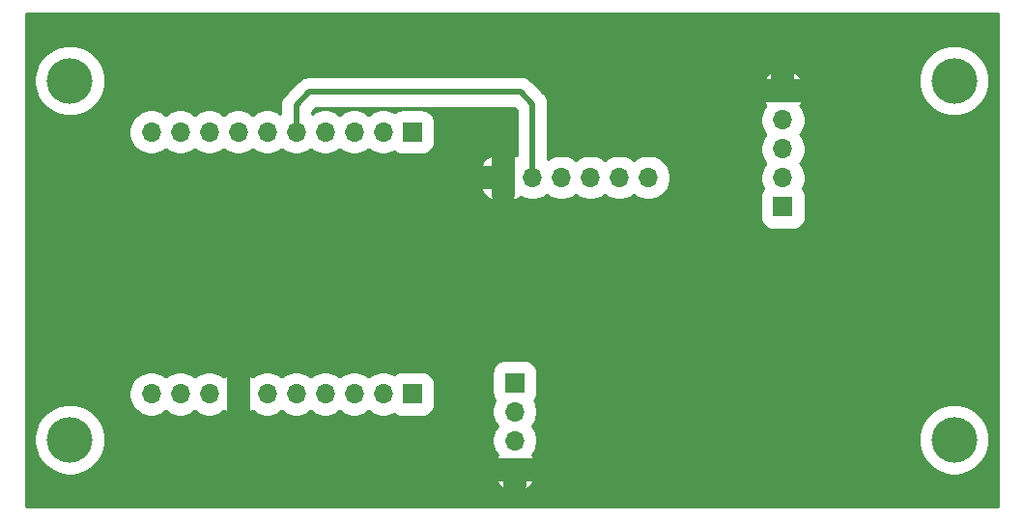
<source format=gbr>
%TF.GenerationSoftware,KiCad,Pcbnew,(5.1.6)-1*%
%TF.CreationDate,2021-07-17T16:45:05+03:00*%
%TF.ProjectId,gotek_ctrl,676f7465-6b5f-4637-9472-6c2e6b696361,rev?*%
%TF.SameCoordinates,Original*%
%TF.FileFunction,Copper,L2,Bot*%
%TF.FilePolarity,Positive*%
%FSLAX46Y46*%
G04 Gerber Fmt 4.6, Leading zero omitted, Abs format (unit mm)*
G04 Created by KiCad (PCBNEW (5.1.6)-1) date 2021-07-17 16:45:05*
%MOMM*%
%LPD*%
G01*
G04 APERTURE LIST*
%TA.AperFunction,WasherPad*%
%ADD10C,4.000000*%
%TD*%
%TA.AperFunction,ComponentPad*%
%ADD11O,1.700000X1.700000*%
%TD*%
%TA.AperFunction,ComponentPad*%
%ADD12R,1.700000X1.700000*%
%TD*%
%TA.AperFunction,Conductor*%
%ADD13C,0.500000*%
%TD*%
%TA.AperFunction,Conductor*%
%ADD14C,2.000000*%
%TD*%
%TA.AperFunction,NonConductor*%
%ADD15C,0.254000*%
%TD*%
G04 APERTURE END LIST*
D10*
%TO.P,HoleSW,*%
%TO.N,*%
X118000000Y-90000000D03*
%TD*%
%TO.P,HoleSE,*%
%TO.N,*%
X195500000Y-90000000D03*
%TD*%
%TO.P,HoleNE,*%
%TO.N,*%
X195500000Y-58500000D03*
%TD*%
%TO.P,HoleNW,*%
%TO.N,*%
X118000000Y-58500000D03*
%TD*%
D11*
%TO.P,,3V3*%
%TO.N,N/C*%
X168700000Y-67000000D03*
%TO.P,,CS*%
X166160000Y-67000000D03*
%TO.P,,MOSI*%
X163620000Y-67000000D03*
%TO.P,,CLK*%
X161080000Y-67000000D03*
%TO.P,,MISO*%
X158540000Y-67000000D03*
D12*
%TO.P,,GND*%
X156000000Y-67000000D03*
%TD*%
D11*
%TO.P,,GND*%
%TO.N,N/C*%
X180500000Y-59420000D03*
%TO.P,,S1*%
X180500000Y-61960000D03*
%TO.P,,S2*%
X180500000Y-64500000D03*
%TO.P,,KEY*%
X180500000Y-67040000D03*
D12*
%TO.P,,VCC*%
X180500000Y-69580000D03*
%TD*%
%TO.P,right side,TX*%
%TO.N,N/C*%
X148000000Y-86000000D03*
D11*
%TO.P,right side,RX*%
X145460000Y-86000000D03*
%TO.P,right side,22*%
X142920000Y-86000000D03*
%TO.P,right side,21*%
X140380000Y-86000000D03*
%TO.P,right side,17*%
X137840000Y-86000000D03*
%TO.P,right side,16*%
X135300000Y-86000000D03*
%TO.P,right side,GND*%
X132760000Y-86000000D03*
%TO.P,right side,VCC*%
X130220000Y-86000000D03*
%TO.P,right side,TD0*%
X127680000Y-86000000D03*
%TO.P,right side,SD0*%
X125140000Y-86000000D03*
%TD*%
%TO.P,left side,SD3*%
%TO.N,N/C*%
X125140000Y-63000000D03*
%TO.P,left side,TCK*%
X127680000Y-63000000D03*
%TO.P,left side,3V3*%
X130220000Y-63000000D03*
%TO.P,left side,5*%
X132760000Y-63000000D03*
%TO.P,left side,23*%
X135300000Y-63000000D03*
%TO.P,left side,19*%
X137840000Y-63000000D03*
%TO.P,left side,18*%
X140380000Y-63000000D03*
%TO.P,left side,26*%
X142920000Y-63000000D03*
%TO.P,left side,SVP*%
X145460000Y-63000000D03*
D12*
%TO.P,left side,RST*%
X148000000Y-63000000D03*
%TD*%
%TO.P,OLED_128x32,SDA*%
%TO.N,N/C*%
X157000000Y-85000000D03*
D11*
%TO.P,OLED_128x32,SCL*%
X157000000Y-87540000D03*
%TO.P,OLED_128x32,VCC*%
X157000000Y-90080000D03*
%TO.P,OLED_128x32,GND*%
X157000000Y-92620000D03*
%TD*%
D13*
%TO.N,*%
X157020000Y-87560000D02*
X157000000Y-87540000D01*
X158540000Y-67000000D02*
X158540000Y-60540000D01*
X158540000Y-60540000D02*
X157500000Y-59500000D01*
X157500000Y-59500000D02*
X139000000Y-59500000D01*
X137840000Y-60660000D02*
X137840000Y-63000000D01*
X139000000Y-59500000D02*
X137840000Y-60660000D01*
D14*
X132760000Y-86000000D02*
X132760000Y-83760000D01*
X132760000Y-86000000D02*
X132760000Y-87740000D01*
X157000000Y-92620000D02*
X159120000Y-92620000D01*
X157000000Y-92620000D02*
X157000000Y-94000000D01*
X157000000Y-92620000D02*
X155120000Y-92620000D01*
X156000000Y-67000000D02*
X156000000Y-65000000D01*
X156000000Y-67000000D02*
X154000000Y-67000000D01*
X156000000Y-67000000D02*
X156000000Y-68500000D01*
X180500000Y-59420000D02*
X182420000Y-59420000D01*
X180500000Y-59420000D02*
X180500000Y-58000000D01*
X180500000Y-59420000D02*
X178580000Y-59420000D01*
%TD*%
D15*
G36*
X199348001Y-95848000D02*
G01*
X114152000Y-95848000D01*
X114152000Y-89692017D01*
X114873000Y-89692017D01*
X114873000Y-90307983D01*
X114993169Y-90912112D01*
X115228889Y-91481190D01*
X115571101Y-91993346D01*
X116006654Y-92428899D01*
X116518810Y-92771111D01*
X117087888Y-93006831D01*
X117692017Y-93127000D01*
X118307983Y-93127000D01*
X118912112Y-93006831D01*
X119481190Y-92771111D01*
X119993346Y-92428899D01*
X120428899Y-91993346D01*
X120771111Y-91481190D01*
X121006831Y-90912112D01*
X121127000Y-90307983D01*
X121127000Y-89692017D01*
X121006831Y-89087888D01*
X120771111Y-88518810D01*
X120428899Y-88006654D01*
X119993346Y-87571101D01*
X119481190Y-87228889D01*
X118912112Y-86993169D01*
X118307983Y-86873000D01*
X117692017Y-86873000D01*
X117087888Y-86993169D01*
X116518810Y-87228889D01*
X116006654Y-87571101D01*
X115571101Y-88006654D01*
X115228889Y-88518810D01*
X114993169Y-89087888D01*
X114873000Y-89692017D01*
X114152000Y-89692017D01*
X114152000Y-85805282D01*
X123163000Y-85805282D01*
X123163000Y-86194718D01*
X123238975Y-86576670D01*
X123388005Y-86936461D01*
X123604364Y-87260264D01*
X123879736Y-87535636D01*
X124203539Y-87751995D01*
X124563330Y-87901025D01*
X124945282Y-87977000D01*
X125334718Y-87977000D01*
X125716670Y-87901025D01*
X126076461Y-87751995D01*
X126400264Y-87535636D01*
X126410000Y-87525900D01*
X126419736Y-87535636D01*
X126743539Y-87751995D01*
X127103330Y-87901025D01*
X127485282Y-87977000D01*
X127874718Y-87977000D01*
X128256670Y-87901025D01*
X128616461Y-87751995D01*
X128940264Y-87535636D01*
X128950000Y-87525900D01*
X128959736Y-87535636D01*
X129283539Y-87751995D01*
X129643330Y-87901025D01*
X130025282Y-87977000D01*
X130414718Y-87977000D01*
X130796670Y-87901025D01*
X131156461Y-87751995D01*
X131480264Y-87535636D01*
X131490000Y-87525900D01*
X131499736Y-87535636D01*
X131823539Y-87751995D01*
X132183330Y-87901025D01*
X132565282Y-87977000D01*
X132954718Y-87977000D01*
X133336670Y-87901025D01*
X133696461Y-87751995D01*
X134020264Y-87535636D01*
X134030000Y-87525900D01*
X134039736Y-87535636D01*
X134363539Y-87751995D01*
X134723330Y-87901025D01*
X135105282Y-87977000D01*
X135494718Y-87977000D01*
X135876670Y-87901025D01*
X136236461Y-87751995D01*
X136560264Y-87535636D01*
X136570000Y-87525900D01*
X136579736Y-87535636D01*
X136903539Y-87751995D01*
X137263330Y-87901025D01*
X137645282Y-87977000D01*
X138034718Y-87977000D01*
X138416670Y-87901025D01*
X138776461Y-87751995D01*
X139100264Y-87535636D01*
X139110000Y-87525900D01*
X139119736Y-87535636D01*
X139443539Y-87751995D01*
X139803330Y-87901025D01*
X140185282Y-87977000D01*
X140574718Y-87977000D01*
X140956670Y-87901025D01*
X141316461Y-87751995D01*
X141640264Y-87535636D01*
X141650000Y-87525900D01*
X141659736Y-87535636D01*
X141983539Y-87751995D01*
X142343330Y-87901025D01*
X142725282Y-87977000D01*
X143114718Y-87977000D01*
X143496670Y-87901025D01*
X143856461Y-87751995D01*
X144180264Y-87535636D01*
X144190000Y-87525900D01*
X144199736Y-87535636D01*
X144523539Y-87751995D01*
X144883330Y-87901025D01*
X145265282Y-87977000D01*
X145654718Y-87977000D01*
X146036670Y-87901025D01*
X146396461Y-87751995D01*
X146438421Y-87723958D01*
X146520843Y-87791600D01*
X146716629Y-87896250D01*
X146929069Y-87960693D01*
X147150000Y-87982453D01*
X148850000Y-87982453D01*
X149070931Y-87960693D01*
X149283371Y-87896250D01*
X149479157Y-87791600D01*
X149650765Y-87650765D01*
X149791600Y-87479157D01*
X149896250Y-87283371D01*
X149960693Y-87070931D01*
X149982453Y-86850000D01*
X149982453Y-85150000D01*
X149960693Y-84929069D01*
X149896250Y-84716629D01*
X149791600Y-84520843D01*
X149650765Y-84349235D01*
X149479157Y-84208400D01*
X149369899Y-84150000D01*
X155017547Y-84150000D01*
X155017547Y-85850000D01*
X155039307Y-86070931D01*
X155103750Y-86283371D01*
X155208400Y-86479157D01*
X155276042Y-86561579D01*
X155248005Y-86603539D01*
X155098975Y-86963330D01*
X155023000Y-87345282D01*
X155023000Y-87734718D01*
X155098975Y-88116670D01*
X155248005Y-88476461D01*
X155464364Y-88800264D01*
X155474100Y-88810000D01*
X155464364Y-88819736D01*
X155248005Y-89143539D01*
X155098975Y-89503330D01*
X155023000Y-89885282D01*
X155023000Y-90274718D01*
X155098975Y-90656670D01*
X155248005Y-91016461D01*
X155464364Y-91340264D01*
X155474100Y-91350000D01*
X155464364Y-91359736D01*
X155248005Y-91683539D01*
X155098975Y-92043330D01*
X155023000Y-92425282D01*
X155023000Y-92814718D01*
X155098975Y-93196670D01*
X155248005Y-93556461D01*
X155464364Y-93880264D01*
X155739736Y-94155636D01*
X156063539Y-94371995D01*
X156423330Y-94521025D01*
X156805282Y-94597000D01*
X157194718Y-94597000D01*
X157576670Y-94521025D01*
X157936461Y-94371995D01*
X158260264Y-94155636D01*
X158535636Y-93880264D01*
X158751995Y-93556461D01*
X158901025Y-93196670D01*
X158977000Y-92814718D01*
X158977000Y-92425282D01*
X158901025Y-92043330D01*
X158751995Y-91683539D01*
X158535636Y-91359736D01*
X158525900Y-91350000D01*
X158535636Y-91340264D01*
X158751995Y-91016461D01*
X158901025Y-90656670D01*
X158977000Y-90274718D01*
X158977000Y-89885282D01*
X158938558Y-89692017D01*
X192373000Y-89692017D01*
X192373000Y-90307983D01*
X192493169Y-90912112D01*
X192728889Y-91481190D01*
X193071101Y-91993346D01*
X193506654Y-92428899D01*
X194018810Y-92771111D01*
X194587888Y-93006831D01*
X195192017Y-93127000D01*
X195807983Y-93127000D01*
X196412112Y-93006831D01*
X196981190Y-92771111D01*
X197493346Y-92428899D01*
X197928899Y-91993346D01*
X198271111Y-91481190D01*
X198506831Y-90912112D01*
X198627000Y-90307983D01*
X198627000Y-89692017D01*
X198506831Y-89087888D01*
X198271111Y-88518810D01*
X197928899Y-88006654D01*
X197493346Y-87571101D01*
X196981190Y-87228889D01*
X196412112Y-86993169D01*
X195807983Y-86873000D01*
X195192017Y-86873000D01*
X194587888Y-86993169D01*
X194018810Y-87228889D01*
X193506654Y-87571101D01*
X193071101Y-88006654D01*
X192728889Y-88518810D01*
X192493169Y-89087888D01*
X192373000Y-89692017D01*
X158938558Y-89692017D01*
X158901025Y-89503330D01*
X158751995Y-89143539D01*
X158535636Y-88819736D01*
X158525900Y-88810000D01*
X158535636Y-88800264D01*
X158751995Y-88476461D01*
X158901025Y-88116670D01*
X158977000Y-87734718D01*
X158977000Y-87345282D01*
X158901025Y-86963330D01*
X158751995Y-86603539D01*
X158723958Y-86561579D01*
X158791600Y-86479157D01*
X158896250Y-86283371D01*
X158960693Y-86070931D01*
X158982453Y-85850000D01*
X158982453Y-84150000D01*
X158960693Y-83929069D01*
X158896250Y-83716629D01*
X158791600Y-83520843D01*
X158650765Y-83349235D01*
X158479157Y-83208400D01*
X158283371Y-83103750D01*
X158070931Y-83039307D01*
X157850000Y-83017547D01*
X156150000Y-83017547D01*
X155929069Y-83039307D01*
X155716629Y-83103750D01*
X155520843Y-83208400D01*
X155349235Y-83349235D01*
X155208400Y-83520843D01*
X155103750Y-83716629D01*
X155039307Y-83929069D01*
X155017547Y-84150000D01*
X149369899Y-84150000D01*
X149283371Y-84103750D01*
X149070931Y-84039307D01*
X148850000Y-84017547D01*
X147150000Y-84017547D01*
X146929069Y-84039307D01*
X146716629Y-84103750D01*
X146520843Y-84208400D01*
X146438421Y-84276042D01*
X146396461Y-84248005D01*
X146036670Y-84098975D01*
X145654718Y-84023000D01*
X145265282Y-84023000D01*
X144883330Y-84098975D01*
X144523539Y-84248005D01*
X144199736Y-84464364D01*
X144190000Y-84474100D01*
X144180264Y-84464364D01*
X143856461Y-84248005D01*
X143496670Y-84098975D01*
X143114718Y-84023000D01*
X142725282Y-84023000D01*
X142343330Y-84098975D01*
X141983539Y-84248005D01*
X141659736Y-84464364D01*
X141650000Y-84474100D01*
X141640264Y-84464364D01*
X141316461Y-84248005D01*
X140956670Y-84098975D01*
X140574718Y-84023000D01*
X140185282Y-84023000D01*
X139803330Y-84098975D01*
X139443539Y-84248005D01*
X139119736Y-84464364D01*
X139110000Y-84474100D01*
X139100264Y-84464364D01*
X138776461Y-84248005D01*
X138416670Y-84098975D01*
X138034718Y-84023000D01*
X137645282Y-84023000D01*
X137263330Y-84098975D01*
X136903539Y-84248005D01*
X136579736Y-84464364D01*
X136570000Y-84474100D01*
X136560264Y-84464364D01*
X136236461Y-84248005D01*
X135876670Y-84098975D01*
X135494718Y-84023000D01*
X135105282Y-84023000D01*
X134723330Y-84098975D01*
X134363539Y-84248005D01*
X134039736Y-84464364D01*
X134030000Y-84474100D01*
X134020264Y-84464364D01*
X133696461Y-84248005D01*
X133336670Y-84098975D01*
X132954718Y-84023000D01*
X132565282Y-84023000D01*
X132183330Y-84098975D01*
X131823539Y-84248005D01*
X131499736Y-84464364D01*
X131490000Y-84474100D01*
X131480264Y-84464364D01*
X131156461Y-84248005D01*
X130796670Y-84098975D01*
X130414718Y-84023000D01*
X130025282Y-84023000D01*
X129643330Y-84098975D01*
X129283539Y-84248005D01*
X128959736Y-84464364D01*
X128950000Y-84474100D01*
X128940264Y-84464364D01*
X128616461Y-84248005D01*
X128256670Y-84098975D01*
X127874718Y-84023000D01*
X127485282Y-84023000D01*
X127103330Y-84098975D01*
X126743539Y-84248005D01*
X126419736Y-84464364D01*
X126410000Y-84474100D01*
X126400264Y-84464364D01*
X126076461Y-84248005D01*
X125716670Y-84098975D01*
X125334718Y-84023000D01*
X124945282Y-84023000D01*
X124563330Y-84098975D01*
X124203539Y-84248005D01*
X123879736Y-84464364D01*
X123604364Y-84739736D01*
X123388005Y-85063539D01*
X123238975Y-85423330D01*
X123163000Y-85805282D01*
X114152000Y-85805282D01*
X114152000Y-62805282D01*
X123163000Y-62805282D01*
X123163000Y-63194718D01*
X123238975Y-63576670D01*
X123388005Y-63936461D01*
X123604364Y-64260264D01*
X123879736Y-64535636D01*
X124203539Y-64751995D01*
X124563330Y-64901025D01*
X124945282Y-64977000D01*
X125334718Y-64977000D01*
X125716670Y-64901025D01*
X126076461Y-64751995D01*
X126400264Y-64535636D01*
X126410000Y-64525900D01*
X126419736Y-64535636D01*
X126743539Y-64751995D01*
X127103330Y-64901025D01*
X127485282Y-64977000D01*
X127874718Y-64977000D01*
X128256670Y-64901025D01*
X128616461Y-64751995D01*
X128940264Y-64535636D01*
X128950000Y-64525900D01*
X128959736Y-64535636D01*
X129283539Y-64751995D01*
X129643330Y-64901025D01*
X130025282Y-64977000D01*
X130414718Y-64977000D01*
X130796670Y-64901025D01*
X131156461Y-64751995D01*
X131480264Y-64535636D01*
X131490000Y-64525900D01*
X131499736Y-64535636D01*
X131823539Y-64751995D01*
X132183330Y-64901025D01*
X132565282Y-64977000D01*
X132954718Y-64977000D01*
X133336670Y-64901025D01*
X133696461Y-64751995D01*
X134020264Y-64535636D01*
X134030000Y-64525900D01*
X134039736Y-64535636D01*
X134363539Y-64751995D01*
X134723330Y-64901025D01*
X135105282Y-64977000D01*
X135494718Y-64977000D01*
X135876670Y-64901025D01*
X136236461Y-64751995D01*
X136560264Y-64535636D01*
X136570000Y-64525900D01*
X136579736Y-64535636D01*
X136903539Y-64751995D01*
X137263330Y-64901025D01*
X137645282Y-64977000D01*
X138034718Y-64977000D01*
X138416670Y-64901025D01*
X138776461Y-64751995D01*
X139100264Y-64535636D01*
X139110000Y-64525900D01*
X139119736Y-64535636D01*
X139443539Y-64751995D01*
X139803330Y-64901025D01*
X140185282Y-64977000D01*
X140574718Y-64977000D01*
X140956670Y-64901025D01*
X141316461Y-64751995D01*
X141640264Y-64535636D01*
X141650000Y-64525900D01*
X141659736Y-64535636D01*
X141983539Y-64751995D01*
X142343330Y-64901025D01*
X142725282Y-64977000D01*
X143114718Y-64977000D01*
X143496670Y-64901025D01*
X143856461Y-64751995D01*
X144180264Y-64535636D01*
X144190000Y-64525900D01*
X144199736Y-64535636D01*
X144523539Y-64751995D01*
X144883330Y-64901025D01*
X145265282Y-64977000D01*
X145654718Y-64977000D01*
X146036670Y-64901025D01*
X146396461Y-64751995D01*
X146438421Y-64723958D01*
X146520843Y-64791600D01*
X146716629Y-64896250D01*
X146929069Y-64960693D01*
X147150000Y-64982453D01*
X148850000Y-64982453D01*
X149070931Y-64960693D01*
X149283371Y-64896250D01*
X149479157Y-64791600D01*
X149650765Y-64650765D01*
X149791600Y-64479157D01*
X149896250Y-64283371D01*
X149960693Y-64070931D01*
X149982453Y-63850000D01*
X149982453Y-62150000D01*
X149960693Y-61929069D01*
X149896250Y-61716629D01*
X149791600Y-61520843D01*
X149650765Y-61349235D01*
X149479157Y-61208400D01*
X149283371Y-61103750D01*
X149070931Y-61039307D01*
X148850000Y-61017547D01*
X147150000Y-61017547D01*
X146929069Y-61039307D01*
X146716629Y-61103750D01*
X146520843Y-61208400D01*
X146438421Y-61276042D01*
X146396461Y-61248005D01*
X146036670Y-61098975D01*
X145654718Y-61023000D01*
X145265282Y-61023000D01*
X144883330Y-61098975D01*
X144523539Y-61248005D01*
X144199736Y-61464364D01*
X144190000Y-61474100D01*
X144180264Y-61464364D01*
X143856461Y-61248005D01*
X143496670Y-61098975D01*
X143114718Y-61023000D01*
X142725282Y-61023000D01*
X142343330Y-61098975D01*
X141983539Y-61248005D01*
X141659736Y-61464364D01*
X141650000Y-61474100D01*
X141640264Y-61464364D01*
X141316461Y-61248005D01*
X140956670Y-61098975D01*
X140574718Y-61023000D01*
X140185282Y-61023000D01*
X139803330Y-61098975D01*
X139443539Y-61248005D01*
X139217000Y-61399374D01*
X139217000Y-61230371D01*
X139570372Y-60877000D01*
X156929629Y-60877000D01*
X157163001Y-61110373D01*
X157163000Y-65067236D01*
X157070931Y-65039307D01*
X156850000Y-65017547D01*
X155150000Y-65017547D01*
X154929069Y-65039307D01*
X154716629Y-65103750D01*
X154520843Y-65208400D01*
X154349235Y-65349235D01*
X154208400Y-65520843D01*
X154103750Y-65716629D01*
X154039307Y-65929069D01*
X154017547Y-66150000D01*
X154017547Y-67850000D01*
X154039307Y-68070931D01*
X154103750Y-68283371D01*
X154208400Y-68479157D01*
X154349235Y-68650765D01*
X154520843Y-68791600D01*
X154716629Y-68896250D01*
X154929069Y-68960693D01*
X155150000Y-68982453D01*
X156850000Y-68982453D01*
X157070931Y-68960693D01*
X157283371Y-68896250D01*
X157479157Y-68791600D01*
X157561579Y-68723958D01*
X157603539Y-68751995D01*
X157963330Y-68901025D01*
X158345282Y-68977000D01*
X158734718Y-68977000D01*
X159116670Y-68901025D01*
X159476461Y-68751995D01*
X159800264Y-68535636D01*
X159810000Y-68525900D01*
X159819736Y-68535636D01*
X160143539Y-68751995D01*
X160503330Y-68901025D01*
X160885282Y-68977000D01*
X161274718Y-68977000D01*
X161656670Y-68901025D01*
X162016461Y-68751995D01*
X162340264Y-68535636D01*
X162350000Y-68525900D01*
X162359736Y-68535636D01*
X162683539Y-68751995D01*
X163043330Y-68901025D01*
X163425282Y-68977000D01*
X163814718Y-68977000D01*
X164196670Y-68901025D01*
X164556461Y-68751995D01*
X164880264Y-68535636D01*
X164890000Y-68525900D01*
X164899736Y-68535636D01*
X165223539Y-68751995D01*
X165583330Y-68901025D01*
X165965282Y-68977000D01*
X166354718Y-68977000D01*
X166736670Y-68901025D01*
X167096461Y-68751995D01*
X167420264Y-68535636D01*
X167430000Y-68525900D01*
X167439736Y-68535636D01*
X167763539Y-68751995D01*
X168123330Y-68901025D01*
X168505282Y-68977000D01*
X168894718Y-68977000D01*
X169276670Y-68901025D01*
X169636461Y-68751995D01*
X169669378Y-68730000D01*
X178517547Y-68730000D01*
X178517547Y-70430000D01*
X178539307Y-70650931D01*
X178603750Y-70863371D01*
X178708400Y-71059157D01*
X178849235Y-71230765D01*
X179020843Y-71371600D01*
X179216629Y-71476250D01*
X179429069Y-71540693D01*
X179650000Y-71562453D01*
X181350000Y-71562453D01*
X181570931Y-71540693D01*
X181783371Y-71476250D01*
X181979157Y-71371600D01*
X182150765Y-71230765D01*
X182291600Y-71059157D01*
X182396250Y-70863371D01*
X182460693Y-70650931D01*
X182482453Y-70430000D01*
X182482453Y-68730000D01*
X182460693Y-68509069D01*
X182396250Y-68296629D01*
X182291600Y-68100843D01*
X182223958Y-68018421D01*
X182251995Y-67976461D01*
X182401025Y-67616670D01*
X182477000Y-67234718D01*
X182477000Y-66845282D01*
X182401025Y-66463330D01*
X182251995Y-66103539D01*
X182035636Y-65779736D01*
X182025900Y-65770000D01*
X182035636Y-65760264D01*
X182251995Y-65436461D01*
X182401025Y-65076670D01*
X182477000Y-64694718D01*
X182477000Y-64305282D01*
X182401025Y-63923330D01*
X182251995Y-63563539D01*
X182035636Y-63239736D01*
X182025900Y-63230000D01*
X182035636Y-63220264D01*
X182251995Y-62896461D01*
X182401025Y-62536670D01*
X182477000Y-62154718D01*
X182477000Y-61765282D01*
X182401025Y-61383330D01*
X182251995Y-61023539D01*
X182035636Y-60699736D01*
X182025900Y-60690000D01*
X182035636Y-60680264D01*
X182251995Y-60356461D01*
X182401025Y-59996670D01*
X182477000Y-59614718D01*
X182477000Y-59225282D01*
X182401025Y-58843330D01*
X182251995Y-58483539D01*
X182057206Y-58192017D01*
X192373000Y-58192017D01*
X192373000Y-58807983D01*
X192493169Y-59412112D01*
X192728889Y-59981190D01*
X193071101Y-60493346D01*
X193506654Y-60928899D01*
X194018810Y-61271111D01*
X194587888Y-61506831D01*
X195192017Y-61627000D01*
X195807983Y-61627000D01*
X196412112Y-61506831D01*
X196981190Y-61271111D01*
X197493346Y-60928899D01*
X197928899Y-60493346D01*
X198271111Y-59981190D01*
X198506831Y-59412112D01*
X198627000Y-58807983D01*
X198627000Y-58192017D01*
X198506831Y-57587888D01*
X198271111Y-57018810D01*
X197928899Y-56506654D01*
X197493346Y-56071101D01*
X196981190Y-55728889D01*
X196412112Y-55493169D01*
X195807983Y-55373000D01*
X195192017Y-55373000D01*
X194587888Y-55493169D01*
X194018810Y-55728889D01*
X193506654Y-56071101D01*
X193071101Y-56506654D01*
X192728889Y-57018810D01*
X192493169Y-57587888D01*
X192373000Y-58192017D01*
X182057206Y-58192017D01*
X182035636Y-58159736D01*
X181760264Y-57884364D01*
X181436461Y-57668005D01*
X181076670Y-57518975D01*
X180694718Y-57443000D01*
X180305282Y-57443000D01*
X179923330Y-57518975D01*
X179563539Y-57668005D01*
X179239736Y-57884364D01*
X178964364Y-58159736D01*
X178748005Y-58483539D01*
X178598975Y-58843330D01*
X178523000Y-59225282D01*
X178523000Y-59614718D01*
X178598975Y-59996670D01*
X178748005Y-60356461D01*
X178964364Y-60680264D01*
X178974100Y-60690000D01*
X178964364Y-60699736D01*
X178748005Y-61023539D01*
X178598975Y-61383330D01*
X178523000Y-61765282D01*
X178523000Y-62154718D01*
X178598975Y-62536670D01*
X178748005Y-62896461D01*
X178964364Y-63220264D01*
X178974100Y-63230000D01*
X178964364Y-63239736D01*
X178748005Y-63563539D01*
X178598975Y-63923330D01*
X178523000Y-64305282D01*
X178523000Y-64694718D01*
X178598975Y-65076670D01*
X178748005Y-65436461D01*
X178964364Y-65760264D01*
X178974100Y-65770000D01*
X178964364Y-65779736D01*
X178748005Y-66103539D01*
X178598975Y-66463330D01*
X178523000Y-66845282D01*
X178523000Y-67234718D01*
X178598975Y-67616670D01*
X178748005Y-67976461D01*
X178776042Y-68018421D01*
X178708400Y-68100843D01*
X178603750Y-68296629D01*
X178539307Y-68509069D01*
X178517547Y-68730000D01*
X169669378Y-68730000D01*
X169960264Y-68535636D01*
X170235636Y-68260264D01*
X170451995Y-67936461D01*
X170601025Y-67576670D01*
X170677000Y-67194718D01*
X170677000Y-66805282D01*
X170601025Y-66423330D01*
X170451995Y-66063539D01*
X170235636Y-65739736D01*
X169960264Y-65464364D01*
X169636461Y-65248005D01*
X169276670Y-65098975D01*
X168894718Y-65023000D01*
X168505282Y-65023000D01*
X168123330Y-65098975D01*
X167763539Y-65248005D01*
X167439736Y-65464364D01*
X167430000Y-65474100D01*
X167420264Y-65464364D01*
X167096461Y-65248005D01*
X166736670Y-65098975D01*
X166354718Y-65023000D01*
X165965282Y-65023000D01*
X165583330Y-65098975D01*
X165223539Y-65248005D01*
X164899736Y-65464364D01*
X164890000Y-65474100D01*
X164880264Y-65464364D01*
X164556461Y-65248005D01*
X164196670Y-65098975D01*
X163814718Y-65023000D01*
X163425282Y-65023000D01*
X163043330Y-65098975D01*
X162683539Y-65248005D01*
X162359736Y-65464364D01*
X162350000Y-65474100D01*
X162340264Y-65464364D01*
X162016461Y-65248005D01*
X161656670Y-65098975D01*
X161274718Y-65023000D01*
X160885282Y-65023000D01*
X160503330Y-65098975D01*
X160143539Y-65248005D01*
X159917000Y-65399374D01*
X159917000Y-60607639D01*
X159923662Y-60539999D01*
X159897075Y-60270060D01*
X159818337Y-60010495D01*
X159754615Y-59891280D01*
X159690473Y-59771279D01*
X159518397Y-59561603D01*
X159465855Y-59518483D01*
X158521521Y-58574150D01*
X158478397Y-58521603D01*
X158268721Y-58349527D01*
X158029505Y-58221663D01*
X157769939Y-58142925D01*
X157567640Y-58123000D01*
X157500000Y-58116338D01*
X157432360Y-58123000D01*
X139067640Y-58123000D01*
X139000000Y-58116338D01*
X138730060Y-58142925D01*
X138674642Y-58159736D01*
X138470495Y-58221663D01*
X138231279Y-58349527D01*
X138021603Y-58521603D01*
X137978483Y-58574145D01*
X136914146Y-59638483D01*
X136861603Y-59681604D01*
X136689527Y-59891280D01*
X136633195Y-59996670D01*
X136561663Y-60130496D01*
X136482925Y-60390061D01*
X136456338Y-60660000D01*
X136463000Y-60727640D01*
X136463000Y-61399374D01*
X136236461Y-61248005D01*
X135876670Y-61098975D01*
X135494718Y-61023000D01*
X135105282Y-61023000D01*
X134723330Y-61098975D01*
X134363539Y-61248005D01*
X134039736Y-61464364D01*
X134030000Y-61474100D01*
X134020264Y-61464364D01*
X133696461Y-61248005D01*
X133336670Y-61098975D01*
X132954718Y-61023000D01*
X132565282Y-61023000D01*
X132183330Y-61098975D01*
X131823539Y-61248005D01*
X131499736Y-61464364D01*
X131490000Y-61474100D01*
X131480264Y-61464364D01*
X131156461Y-61248005D01*
X130796670Y-61098975D01*
X130414718Y-61023000D01*
X130025282Y-61023000D01*
X129643330Y-61098975D01*
X129283539Y-61248005D01*
X128959736Y-61464364D01*
X128950000Y-61474100D01*
X128940264Y-61464364D01*
X128616461Y-61248005D01*
X128256670Y-61098975D01*
X127874718Y-61023000D01*
X127485282Y-61023000D01*
X127103330Y-61098975D01*
X126743539Y-61248005D01*
X126419736Y-61464364D01*
X126410000Y-61474100D01*
X126400264Y-61464364D01*
X126076461Y-61248005D01*
X125716670Y-61098975D01*
X125334718Y-61023000D01*
X124945282Y-61023000D01*
X124563330Y-61098975D01*
X124203539Y-61248005D01*
X123879736Y-61464364D01*
X123604364Y-61739736D01*
X123388005Y-62063539D01*
X123238975Y-62423330D01*
X123163000Y-62805282D01*
X114152000Y-62805282D01*
X114152000Y-58192017D01*
X114873000Y-58192017D01*
X114873000Y-58807983D01*
X114993169Y-59412112D01*
X115228889Y-59981190D01*
X115571101Y-60493346D01*
X116006654Y-60928899D01*
X116518810Y-61271111D01*
X117087888Y-61506831D01*
X117692017Y-61627000D01*
X118307983Y-61627000D01*
X118912112Y-61506831D01*
X119481190Y-61271111D01*
X119993346Y-60928899D01*
X120428899Y-60493346D01*
X120771111Y-59981190D01*
X121006831Y-59412112D01*
X121127000Y-58807983D01*
X121127000Y-58192017D01*
X121006831Y-57587888D01*
X120771111Y-57018810D01*
X120428899Y-56506654D01*
X119993346Y-56071101D01*
X119481190Y-55728889D01*
X118912112Y-55493169D01*
X118307983Y-55373000D01*
X117692017Y-55373000D01*
X117087888Y-55493169D01*
X116518810Y-55728889D01*
X116006654Y-56071101D01*
X115571101Y-56506654D01*
X115228889Y-57018810D01*
X114993169Y-57587888D01*
X114873000Y-58192017D01*
X114152000Y-58192017D01*
X114152000Y-52652000D01*
X199348000Y-52652000D01*
X199348001Y-95848000D01*
G37*
X199348001Y-95848000D02*
X114152000Y-95848000D01*
X114152000Y-89692017D01*
X114873000Y-89692017D01*
X114873000Y-90307983D01*
X114993169Y-90912112D01*
X115228889Y-91481190D01*
X115571101Y-91993346D01*
X116006654Y-92428899D01*
X116518810Y-92771111D01*
X117087888Y-93006831D01*
X117692017Y-93127000D01*
X118307983Y-93127000D01*
X118912112Y-93006831D01*
X119481190Y-92771111D01*
X119993346Y-92428899D01*
X120428899Y-91993346D01*
X120771111Y-91481190D01*
X121006831Y-90912112D01*
X121127000Y-90307983D01*
X121127000Y-89692017D01*
X121006831Y-89087888D01*
X120771111Y-88518810D01*
X120428899Y-88006654D01*
X119993346Y-87571101D01*
X119481190Y-87228889D01*
X118912112Y-86993169D01*
X118307983Y-86873000D01*
X117692017Y-86873000D01*
X117087888Y-86993169D01*
X116518810Y-87228889D01*
X116006654Y-87571101D01*
X115571101Y-88006654D01*
X115228889Y-88518810D01*
X114993169Y-89087888D01*
X114873000Y-89692017D01*
X114152000Y-89692017D01*
X114152000Y-85805282D01*
X123163000Y-85805282D01*
X123163000Y-86194718D01*
X123238975Y-86576670D01*
X123388005Y-86936461D01*
X123604364Y-87260264D01*
X123879736Y-87535636D01*
X124203539Y-87751995D01*
X124563330Y-87901025D01*
X124945282Y-87977000D01*
X125334718Y-87977000D01*
X125716670Y-87901025D01*
X126076461Y-87751995D01*
X126400264Y-87535636D01*
X126410000Y-87525900D01*
X126419736Y-87535636D01*
X126743539Y-87751995D01*
X127103330Y-87901025D01*
X127485282Y-87977000D01*
X127874718Y-87977000D01*
X128256670Y-87901025D01*
X128616461Y-87751995D01*
X128940264Y-87535636D01*
X128950000Y-87525900D01*
X128959736Y-87535636D01*
X129283539Y-87751995D01*
X129643330Y-87901025D01*
X130025282Y-87977000D01*
X130414718Y-87977000D01*
X130796670Y-87901025D01*
X131156461Y-87751995D01*
X131480264Y-87535636D01*
X131490000Y-87525900D01*
X131499736Y-87535636D01*
X131823539Y-87751995D01*
X132183330Y-87901025D01*
X132565282Y-87977000D01*
X132954718Y-87977000D01*
X133336670Y-87901025D01*
X133696461Y-87751995D01*
X134020264Y-87535636D01*
X134030000Y-87525900D01*
X134039736Y-87535636D01*
X134363539Y-87751995D01*
X134723330Y-87901025D01*
X135105282Y-87977000D01*
X135494718Y-87977000D01*
X135876670Y-87901025D01*
X136236461Y-87751995D01*
X136560264Y-87535636D01*
X136570000Y-87525900D01*
X136579736Y-87535636D01*
X136903539Y-87751995D01*
X137263330Y-87901025D01*
X137645282Y-87977000D01*
X138034718Y-87977000D01*
X138416670Y-87901025D01*
X138776461Y-87751995D01*
X139100264Y-87535636D01*
X139110000Y-87525900D01*
X139119736Y-87535636D01*
X139443539Y-87751995D01*
X139803330Y-87901025D01*
X140185282Y-87977000D01*
X140574718Y-87977000D01*
X140956670Y-87901025D01*
X141316461Y-87751995D01*
X141640264Y-87535636D01*
X141650000Y-87525900D01*
X141659736Y-87535636D01*
X141983539Y-87751995D01*
X142343330Y-87901025D01*
X142725282Y-87977000D01*
X143114718Y-87977000D01*
X143496670Y-87901025D01*
X143856461Y-87751995D01*
X144180264Y-87535636D01*
X144190000Y-87525900D01*
X144199736Y-87535636D01*
X144523539Y-87751995D01*
X144883330Y-87901025D01*
X145265282Y-87977000D01*
X145654718Y-87977000D01*
X146036670Y-87901025D01*
X146396461Y-87751995D01*
X146438421Y-87723958D01*
X146520843Y-87791600D01*
X146716629Y-87896250D01*
X146929069Y-87960693D01*
X147150000Y-87982453D01*
X148850000Y-87982453D01*
X149070931Y-87960693D01*
X149283371Y-87896250D01*
X149479157Y-87791600D01*
X149650765Y-87650765D01*
X149791600Y-87479157D01*
X149896250Y-87283371D01*
X149960693Y-87070931D01*
X149982453Y-86850000D01*
X149982453Y-85150000D01*
X149960693Y-84929069D01*
X149896250Y-84716629D01*
X149791600Y-84520843D01*
X149650765Y-84349235D01*
X149479157Y-84208400D01*
X149369899Y-84150000D01*
X155017547Y-84150000D01*
X155017547Y-85850000D01*
X155039307Y-86070931D01*
X155103750Y-86283371D01*
X155208400Y-86479157D01*
X155276042Y-86561579D01*
X155248005Y-86603539D01*
X155098975Y-86963330D01*
X155023000Y-87345282D01*
X155023000Y-87734718D01*
X155098975Y-88116670D01*
X155248005Y-88476461D01*
X155464364Y-88800264D01*
X155474100Y-88810000D01*
X155464364Y-88819736D01*
X155248005Y-89143539D01*
X155098975Y-89503330D01*
X155023000Y-89885282D01*
X155023000Y-90274718D01*
X155098975Y-90656670D01*
X155248005Y-91016461D01*
X155464364Y-91340264D01*
X155474100Y-91350000D01*
X155464364Y-91359736D01*
X155248005Y-91683539D01*
X155098975Y-92043330D01*
X155023000Y-92425282D01*
X155023000Y-92814718D01*
X155098975Y-93196670D01*
X155248005Y-93556461D01*
X155464364Y-93880264D01*
X155739736Y-94155636D01*
X156063539Y-94371995D01*
X156423330Y-94521025D01*
X156805282Y-94597000D01*
X157194718Y-94597000D01*
X157576670Y-94521025D01*
X157936461Y-94371995D01*
X158260264Y-94155636D01*
X158535636Y-93880264D01*
X158751995Y-93556461D01*
X158901025Y-93196670D01*
X158977000Y-92814718D01*
X158977000Y-92425282D01*
X158901025Y-92043330D01*
X158751995Y-91683539D01*
X158535636Y-91359736D01*
X158525900Y-91350000D01*
X158535636Y-91340264D01*
X158751995Y-91016461D01*
X158901025Y-90656670D01*
X158977000Y-90274718D01*
X158977000Y-89885282D01*
X158938558Y-89692017D01*
X192373000Y-89692017D01*
X192373000Y-90307983D01*
X192493169Y-90912112D01*
X192728889Y-91481190D01*
X193071101Y-91993346D01*
X193506654Y-92428899D01*
X194018810Y-92771111D01*
X194587888Y-93006831D01*
X195192017Y-93127000D01*
X195807983Y-93127000D01*
X196412112Y-93006831D01*
X196981190Y-92771111D01*
X197493346Y-92428899D01*
X197928899Y-91993346D01*
X198271111Y-91481190D01*
X198506831Y-90912112D01*
X198627000Y-90307983D01*
X198627000Y-89692017D01*
X198506831Y-89087888D01*
X198271111Y-88518810D01*
X197928899Y-88006654D01*
X197493346Y-87571101D01*
X196981190Y-87228889D01*
X196412112Y-86993169D01*
X195807983Y-86873000D01*
X195192017Y-86873000D01*
X194587888Y-86993169D01*
X194018810Y-87228889D01*
X193506654Y-87571101D01*
X193071101Y-88006654D01*
X192728889Y-88518810D01*
X192493169Y-89087888D01*
X192373000Y-89692017D01*
X158938558Y-89692017D01*
X158901025Y-89503330D01*
X158751995Y-89143539D01*
X158535636Y-88819736D01*
X158525900Y-88810000D01*
X158535636Y-88800264D01*
X158751995Y-88476461D01*
X158901025Y-88116670D01*
X158977000Y-87734718D01*
X158977000Y-87345282D01*
X158901025Y-86963330D01*
X158751995Y-86603539D01*
X158723958Y-86561579D01*
X158791600Y-86479157D01*
X158896250Y-86283371D01*
X158960693Y-86070931D01*
X158982453Y-85850000D01*
X158982453Y-84150000D01*
X158960693Y-83929069D01*
X158896250Y-83716629D01*
X158791600Y-83520843D01*
X158650765Y-83349235D01*
X158479157Y-83208400D01*
X158283371Y-83103750D01*
X158070931Y-83039307D01*
X157850000Y-83017547D01*
X156150000Y-83017547D01*
X155929069Y-83039307D01*
X155716629Y-83103750D01*
X155520843Y-83208400D01*
X155349235Y-83349235D01*
X155208400Y-83520843D01*
X155103750Y-83716629D01*
X155039307Y-83929069D01*
X155017547Y-84150000D01*
X149369899Y-84150000D01*
X149283371Y-84103750D01*
X149070931Y-84039307D01*
X148850000Y-84017547D01*
X147150000Y-84017547D01*
X146929069Y-84039307D01*
X146716629Y-84103750D01*
X146520843Y-84208400D01*
X146438421Y-84276042D01*
X146396461Y-84248005D01*
X146036670Y-84098975D01*
X145654718Y-84023000D01*
X145265282Y-84023000D01*
X144883330Y-84098975D01*
X144523539Y-84248005D01*
X144199736Y-84464364D01*
X144190000Y-84474100D01*
X144180264Y-84464364D01*
X143856461Y-84248005D01*
X143496670Y-84098975D01*
X143114718Y-84023000D01*
X142725282Y-84023000D01*
X142343330Y-84098975D01*
X141983539Y-84248005D01*
X141659736Y-84464364D01*
X141650000Y-84474100D01*
X141640264Y-84464364D01*
X141316461Y-84248005D01*
X140956670Y-84098975D01*
X140574718Y-84023000D01*
X140185282Y-84023000D01*
X139803330Y-84098975D01*
X139443539Y-84248005D01*
X139119736Y-84464364D01*
X139110000Y-84474100D01*
X139100264Y-84464364D01*
X138776461Y-84248005D01*
X138416670Y-84098975D01*
X138034718Y-84023000D01*
X137645282Y-84023000D01*
X137263330Y-84098975D01*
X136903539Y-84248005D01*
X136579736Y-84464364D01*
X136570000Y-84474100D01*
X136560264Y-84464364D01*
X136236461Y-84248005D01*
X135876670Y-84098975D01*
X135494718Y-84023000D01*
X135105282Y-84023000D01*
X134723330Y-84098975D01*
X134363539Y-84248005D01*
X134039736Y-84464364D01*
X134030000Y-84474100D01*
X134020264Y-84464364D01*
X133696461Y-84248005D01*
X133336670Y-84098975D01*
X132954718Y-84023000D01*
X132565282Y-84023000D01*
X132183330Y-84098975D01*
X131823539Y-84248005D01*
X131499736Y-84464364D01*
X131490000Y-84474100D01*
X131480264Y-84464364D01*
X131156461Y-84248005D01*
X130796670Y-84098975D01*
X130414718Y-84023000D01*
X130025282Y-84023000D01*
X129643330Y-84098975D01*
X129283539Y-84248005D01*
X128959736Y-84464364D01*
X128950000Y-84474100D01*
X128940264Y-84464364D01*
X128616461Y-84248005D01*
X128256670Y-84098975D01*
X127874718Y-84023000D01*
X127485282Y-84023000D01*
X127103330Y-84098975D01*
X126743539Y-84248005D01*
X126419736Y-84464364D01*
X126410000Y-84474100D01*
X126400264Y-84464364D01*
X126076461Y-84248005D01*
X125716670Y-84098975D01*
X125334718Y-84023000D01*
X124945282Y-84023000D01*
X124563330Y-84098975D01*
X124203539Y-84248005D01*
X123879736Y-84464364D01*
X123604364Y-84739736D01*
X123388005Y-85063539D01*
X123238975Y-85423330D01*
X123163000Y-85805282D01*
X114152000Y-85805282D01*
X114152000Y-62805282D01*
X123163000Y-62805282D01*
X123163000Y-63194718D01*
X123238975Y-63576670D01*
X123388005Y-63936461D01*
X123604364Y-64260264D01*
X123879736Y-64535636D01*
X124203539Y-64751995D01*
X124563330Y-64901025D01*
X124945282Y-64977000D01*
X125334718Y-64977000D01*
X125716670Y-64901025D01*
X126076461Y-64751995D01*
X126400264Y-64535636D01*
X126410000Y-64525900D01*
X126419736Y-64535636D01*
X126743539Y-64751995D01*
X127103330Y-64901025D01*
X127485282Y-64977000D01*
X127874718Y-64977000D01*
X128256670Y-64901025D01*
X128616461Y-64751995D01*
X128940264Y-64535636D01*
X128950000Y-64525900D01*
X128959736Y-64535636D01*
X129283539Y-64751995D01*
X129643330Y-64901025D01*
X130025282Y-64977000D01*
X130414718Y-64977000D01*
X130796670Y-64901025D01*
X131156461Y-64751995D01*
X131480264Y-64535636D01*
X131490000Y-64525900D01*
X131499736Y-64535636D01*
X131823539Y-64751995D01*
X132183330Y-64901025D01*
X132565282Y-64977000D01*
X132954718Y-64977000D01*
X133336670Y-64901025D01*
X133696461Y-64751995D01*
X134020264Y-64535636D01*
X134030000Y-64525900D01*
X134039736Y-64535636D01*
X134363539Y-64751995D01*
X134723330Y-64901025D01*
X135105282Y-64977000D01*
X135494718Y-64977000D01*
X135876670Y-64901025D01*
X136236461Y-64751995D01*
X136560264Y-64535636D01*
X136570000Y-64525900D01*
X136579736Y-64535636D01*
X136903539Y-64751995D01*
X137263330Y-64901025D01*
X137645282Y-64977000D01*
X138034718Y-64977000D01*
X138416670Y-64901025D01*
X138776461Y-64751995D01*
X139100264Y-64535636D01*
X139110000Y-64525900D01*
X139119736Y-64535636D01*
X139443539Y-64751995D01*
X139803330Y-64901025D01*
X140185282Y-64977000D01*
X140574718Y-64977000D01*
X140956670Y-64901025D01*
X141316461Y-64751995D01*
X141640264Y-64535636D01*
X141650000Y-64525900D01*
X141659736Y-64535636D01*
X141983539Y-64751995D01*
X142343330Y-64901025D01*
X142725282Y-64977000D01*
X143114718Y-64977000D01*
X143496670Y-64901025D01*
X143856461Y-64751995D01*
X144180264Y-64535636D01*
X144190000Y-64525900D01*
X144199736Y-64535636D01*
X144523539Y-64751995D01*
X144883330Y-64901025D01*
X145265282Y-64977000D01*
X145654718Y-64977000D01*
X146036670Y-64901025D01*
X146396461Y-64751995D01*
X146438421Y-64723958D01*
X146520843Y-64791600D01*
X146716629Y-64896250D01*
X146929069Y-64960693D01*
X147150000Y-64982453D01*
X148850000Y-64982453D01*
X149070931Y-64960693D01*
X149283371Y-64896250D01*
X149479157Y-64791600D01*
X149650765Y-64650765D01*
X149791600Y-64479157D01*
X149896250Y-64283371D01*
X149960693Y-64070931D01*
X149982453Y-63850000D01*
X149982453Y-62150000D01*
X149960693Y-61929069D01*
X149896250Y-61716629D01*
X149791600Y-61520843D01*
X149650765Y-61349235D01*
X149479157Y-61208400D01*
X149283371Y-61103750D01*
X149070931Y-61039307D01*
X148850000Y-61017547D01*
X147150000Y-61017547D01*
X146929069Y-61039307D01*
X146716629Y-61103750D01*
X146520843Y-61208400D01*
X146438421Y-61276042D01*
X146396461Y-61248005D01*
X146036670Y-61098975D01*
X145654718Y-61023000D01*
X145265282Y-61023000D01*
X144883330Y-61098975D01*
X144523539Y-61248005D01*
X144199736Y-61464364D01*
X144190000Y-61474100D01*
X144180264Y-61464364D01*
X143856461Y-61248005D01*
X143496670Y-61098975D01*
X143114718Y-61023000D01*
X142725282Y-61023000D01*
X142343330Y-61098975D01*
X141983539Y-61248005D01*
X141659736Y-61464364D01*
X141650000Y-61474100D01*
X141640264Y-61464364D01*
X141316461Y-61248005D01*
X140956670Y-61098975D01*
X140574718Y-61023000D01*
X140185282Y-61023000D01*
X139803330Y-61098975D01*
X139443539Y-61248005D01*
X139217000Y-61399374D01*
X139217000Y-61230371D01*
X139570372Y-60877000D01*
X156929629Y-60877000D01*
X157163001Y-61110373D01*
X157163000Y-65067236D01*
X157070931Y-65039307D01*
X156850000Y-65017547D01*
X155150000Y-65017547D01*
X154929069Y-65039307D01*
X154716629Y-65103750D01*
X154520843Y-65208400D01*
X154349235Y-65349235D01*
X154208400Y-65520843D01*
X154103750Y-65716629D01*
X154039307Y-65929069D01*
X154017547Y-66150000D01*
X154017547Y-67850000D01*
X154039307Y-68070931D01*
X154103750Y-68283371D01*
X154208400Y-68479157D01*
X154349235Y-68650765D01*
X154520843Y-68791600D01*
X154716629Y-68896250D01*
X154929069Y-68960693D01*
X155150000Y-68982453D01*
X156850000Y-68982453D01*
X157070931Y-68960693D01*
X157283371Y-68896250D01*
X157479157Y-68791600D01*
X157561579Y-68723958D01*
X157603539Y-68751995D01*
X157963330Y-68901025D01*
X158345282Y-68977000D01*
X158734718Y-68977000D01*
X159116670Y-68901025D01*
X159476461Y-68751995D01*
X159800264Y-68535636D01*
X159810000Y-68525900D01*
X159819736Y-68535636D01*
X160143539Y-68751995D01*
X160503330Y-68901025D01*
X160885282Y-68977000D01*
X161274718Y-68977000D01*
X161656670Y-68901025D01*
X162016461Y-68751995D01*
X162340264Y-68535636D01*
X162350000Y-68525900D01*
X162359736Y-68535636D01*
X162683539Y-68751995D01*
X163043330Y-68901025D01*
X163425282Y-68977000D01*
X163814718Y-68977000D01*
X164196670Y-68901025D01*
X164556461Y-68751995D01*
X164880264Y-68535636D01*
X164890000Y-68525900D01*
X164899736Y-68535636D01*
X165223539Y-68751995D01*
X165583330Y-68901025D01*
X165965282Y-68977000D01*
X166354718Y-68977000D01*
X166736670Y-68901025D01*
X167096461Y-68751995D01*
X167420264Y-68535636D01*
X167430000Y-68525900D01*
X167439736Y-68535636D01*
X167763539Y-68751995D01*
X168123330Y-68901025D01*
X168505282Y-68977000D01*
X168894718Y-68977000D01*
X169276670Y-68901025D01*
X169636461Y-68751995D01*
X169669378Y-68730000D01*
X178517547Y-68730000D01*
X178517547Y-70430000D01*
X178539307Y-70650931D01*
X178603750Y-70863371D01*
X178708400Y-71059157D01*
X178849235Y-71230765D01*
X179020843Y-71371600D01*
X179216629Y-71476250D01*
X179429069Y-71540693D01*
X179650000Y-71562453D01*
X181350000Y-71562453D01*
X181570931Y-71540693D01*
X181783371Y-71476250D01*
X181979157Y-71371600D01*
X182150765Y-71230765D01*
X182291600Y-71059157D01*
X182396250Y-70863371D01*
X182460693Y-70650931D01*
X182482453Y-70430000D01*
X182482453Y-68730000D01*
X182460693Y-68509069D01*
X182396250Y-68296629D01*
X182291600Y-68100843D01*
X182223958Y-68018421D01*
X182251995Y-67976461D01*
X182401025Y-67616670D01*
X182477000Y-67234718D01*
X182477000Y-66845282D01*
X182401025Y-66463330D01*
X182251995Y-66103539D01*
X182035636Y-65779736D01*
X182025900Y-65770000D01*
X182035636Y-65760264D01*
X182251995Y-65436461D01*
X182401025Y-65076670D01*
X182477000Y-64694718D01*
X182477000Y-64305282D01*
X182401025Y-63923330D01*
X182251995Y-63563539D01*
X182035636Y-63239736D01*
X182025900Y-63230000D01*
X182035636Y-63220264D01*
X182251995Y-62896461D01*
X182401025Y-62536670D01*
X182477000Y-62154718D01*
X182477000Y-61765282D01*
X182401025Y-61383330D01*
X182251995Y-61023539D01*
X182035636Y-60699736D01*
X182025900Y-60690000D01*
X182035636Y-60680264D01*
X182251995Y-60356461D01*
X182401025Y-59996670D01*
X182477000Y-59614718D01*
X182477000Y-59225282D01*
X182401025Y-58843330D01*
X182251995Y-58483539D01*
X182057206Y-58192017D01*
X192373000Y-58192017D01*
X192373000Y-58807983D01*
X192493169Y-59412112D01*
X192728889Y-59981190D01*
X193071101Y-60493346D01*
X193506654Y-60928899D01*
X194018810Y-61271111D01*
X194587888Y-61506831D01*
X195192017Y-61627000D01*
X195807983Y-61627000D01*
X196412112Y-61506831D01*
X196981190Y-61271111D01*
X197493346Y-60928899D01*
X197928899Y-60493346D01*
X198271111Y-59981190D01*
X198506831Y-59412112D01*
X198627000Y-58807983D01*
X198627000Y-58192017D01*
X198506831Y-57587888D01*
X198271111Y-57018810D01*
X197928899Y-56506654D01*
X197493346Y-56071101D01*
X196981190Y-55728889D01*
X196412112Y-55493169D01*
X195807983Y-55373000D01*
X195192017Y-55373000D01*
X194587888Y-55493169D01*
X194018810Y-55728889D01*
X193506654Y-56071101D01*
X193071101Y-56506654D01*
X192728889Y-57018810D01*
X192493169Y-57587888D01*
X192373000Y-58192017D01*
X182057206Y-58192017D01*
X182035636Y-58159736D01*
X181760264Y-57884364D01*
X181436461Y-57668005D01*
X181076670Y-57518975D01*
X180694718Y-57443000D01*
X180305282Y-57443000D01*
X179923330Y-57518975D01*
X179563539Y-57668005D01*
X179239736Y-57884364D01*
X178964364Y-58159736D01*
X178748005Y-58483539D01*
X178598975Y-58843330D01*
X178523000Y-59225282D01*
X178523000Y-59614718D01*
X178598975Y-59996670D01*
X178748005Y-60356461D01*
X178964364Y-60680264D01*
X178974100Y-60690000D01*
X178964364Y-60699736D01*
X178748005Y-61023539D01*
X178598975Y-61383330D01*
X178523000Y-61765282D01*
X178523000Y-62154718D01*
X178598975Y-62536670D01*
X178748005Y-62896461D01*
X178964364Y-63220264D01*
X178974100Y-63230000D01*
X178964364Y-63239736D01*
X178748005Y-63563539D01*
X178598975Y-63923330D01*
X178523000Y-64305282D01*
X178523000Y-64694718D01*
X178598975Y-65076670D01*
X178748005Y-65436461D01*
X178964364Y-65760264D01*
X178974100Y-65770000D01*
X178964364Y-65779736D01*
X178748005Y-66103539D01*
X178598975Y-66463330D01*
X178523000Y-66845282D01*
X178523000Y-67234718D01*
X178598975Y-67616670D01*
X178748005Y-67976461D01*
X178776042Y-68018421D01*
X178708400Y-68100843D01*
X178603750Y-68296629D01*
X178539307Y-68509069D01*
X178517547Y-68730000D01*
X169669378Y-68730000D01*
X169960264Y-68535636D01*
X170235636Y-68260264D01*
X170451995Y-67936461D01*
X170601025Y-67576670D01*
X170677000Y-67194718D01*
X170677000Y-66805282D01*
X170601025Y-66423330D01*
X170451995Y-66063539D01*
X170235636Y-65739736D01*
X169960264Y-65464364D01*
X169636461Y-65248005D01*
X169276670Y-65098975D01*
X168894718Y-65023000D01*
X168505282Y-65023000D01*
X168123330Y-65098975D01*
X167763539Y-65248005D01*
X167439736Y-65464364D01*
X167430000Y-65474100D01*
X167420264Y-65464364D01*
X167096461Y-65248005D01*
X166736670Y-65098975D01*
X166354718Y-65023000D01*
X165965282Y-65023000D01*
X165583330Y-65098975D01*
X165223539Y-65248005D01*
X164899736Y-65464364D01*
X164890000Y-65474100D01*
X164880264Y-65464364D01*
X164556461Y-65248005D01*
X164196670Y-65098975D01*
X163814718Y-65023000D01*
X163425282Y-65023000D01*
X163043330Y-65098975D01*
X162683539Y-65248005D01*
X162359736Y-65464364D01*
X162350000Y-65474100D01*
X162340264Y-65464364D01*
X162016461Y-65248005D01*
X161656670Y-65098975D01*
X161274718Y-65023000D01*
X160885282Y-65023000D01*
X160503330Y-65098975D01*
X160143539Y-65248005D01*
X159917000Y-65399374D01*
X159917000Y-60607639D01*
X159923662Y-60539999D01*
X159897075Y-60270060D01*
X159818337Y-60010495D01*
X159754615Y-59891280D01*
X159690473Y-59771279D01*
X159518397Y-59561603D01*
X159465855Y-59518483D01*
X158521521Y-58574150D01*
X158478397Y-58521603D01*
X158268721Y-58349527D01*
X158029505Y-58221663D01*
X157769939Y-58142925D01*
X157567640Y-58123000D01*
X157500000Y-58116338D01*
X157432360Y-58123000D01*
X139067640Y-58123000D01*
X139000000Y-58116338D01*
X138730060Y-58142925D01*
X138674642Y-58159736D01*
X138470495Y-58221663D01*
X138231279Y-58349527D01*
X138021603Y-58521603D01*
X137978483Y-58574145D01*
X136914146Y-59638483D01*
X136861603Y-59681604D01*
X136689527Y-59891280D01*
X136633195Y-59996670D01*
X136561663Y-60130496D01*
X136482925Y-60390061D01*
X136456338Y-60660000D01*
X136463000Y-60727640D01*
X136463000Y-61399374D01*
X136236461Y-61248005D01*
X135876670Y-61098975D01*
X135494718Y-61023000D01*
X135105282Y-61023000D01*
X134723330Y-61098975D01*
X134363539Y-61248005D01*
X134039736Y-61464364D01*
X134030000Y-61474100D01*
X134020264Y-61464364D01*
X133696461Y-61248005D01*
X133336670Y-61098975D01*
X132954718Y-61023000D01*
X132565282Y-61023000D01*
X132183330Y-61098975D01*
X131823539Y-61248005D01*
X131499736Y-61464364D01*
X131490000Y-61474100D01*
X131480264Y-61464364D01*
X131156461Y-61248005D01*
X130796670Y-61098975D01*
X130414718Y-61023000D01*
X130025282Y-61023000D01*
X129643330Y-61098975D01*
X129283539Y-61248005D01*
X128959736Y-61464364D01*
X128950000Y-61474100D01*
X128940264Y-61464364D01*
X128616461Y-61248005D01*
X128256670Y-61098975D01*
X127874718Y-61023000D01*
X127485282Y-61023000D01*
X127103330Y-61098975D01*
X126743539Y-61248005D01*
X126419736Y-61464364D01*
X126410000Y-61474100D01*
X126400264Y-61464364D01*
X126076461Y-61248005D01*
X125716670Y-61098975D01*
X125334718Y-61023000D01*
X124945282Y-61023000D01*
X124563330Y-61098975D01*
X124203539Y-61248005D01*
X123879736Y-61464364D01*
X123604364Y-61739736D01*
X123388005Y-62063539D01*
X123238975Y-62423330D01*
X123163000Y-62805282D01*
X114152000Y-62805282D01*
X114152000Y-58192017D01*
X114873000Y-58192017D01*
X114873000Y-58807983D01*
X114993169Y-59412112D01*
X115228889Y-59981190D01*
X115571101Y-60493346D01*
X116006654Y-60928899D01*
X116518810Y-61271111D01*
X117087888Y-61506831D01*
X117692017Y-61627000D01*
X118307983Y-61627000D01*
X118912112Y-61506831D01*
X119481190Y-61271111D01*
X119993346Y-60928899D01*
X120428899Y-60493346D01*
X120771111Y-59981190D01*
X121006831Y-59412112D01*
X121127000Y-58807983D01*
X121127000Y-58192017D01*
X121006831Y-57587888D01*
X120771111Y-57018810D01*
X120428899Y-56506654D01*
X119993346Y-56071101D01*
X119481190Y-55728889D01*
X118912112Y-55493169D01*
X118307983Y-55373000D01*
X117692017Y-55373000D01*
X117087888Y-55493169D01*
X116518810Y-55728889D01*
X116006654Y-56071101D01*
X115571101Y-56506654D01*
X115228889Y-57018810D01*
X114993169Y-57587888D01*
X114873000Y-58192017D01*
X114152000Y-58192017D01*
X114152000Y-52652000D01*
X199348000Y-52652000D01*
X199348001Y-95848000D01*
M02*

</source>
